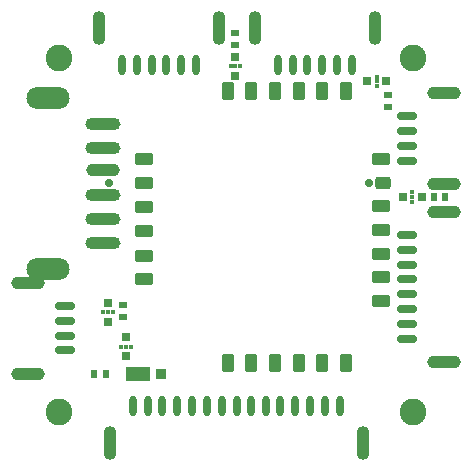
<source format=gbs>
G04 Layer_Color=16711935*
%FSLAX42Y42*%
%MOMM*%
G71*
G01*
G75*
%ADD47R,0.46X0.46*%
%ADD48C,2.26*%
%ADD49C,0.71*%
%ADD50R,0.46X0.46*%
G04:AMPARAMS|DCode=51|XSize=2.87mm|YSize=1.07mm|CornerRadius=0.53mm|HoleSize=0mm|Usage=FLASHONLY|Rotation=90.000|XOffset=0mm|YOffset=0mm|HoleType=Round|Shape=RoundedRectangle|*
%AMROUNDEDRECTD51*
21,1,2.87,0.00,0,0,90.0*
21,1,1.80,1.07,0,0,90.0*
1,1,1.07,0.00,0.90*
1,1,1.07,0.00,-0.90*
1,1,1.07,0.00,-0.90*
1,1,1.07,0.00,0.90*
%
%ADD51ROUNDEDRECTD51*%
G04:AMPARAMS|DCode=52|XSize=0.66mm|YSize=1.75mm|CornerRadius=0.33mm|HoleSize=0mm|Usage=FLASHONLY|Rotation=180.000|XOffset=0mm|YOffset=0mm|HoleType=Round|Shape=RoundedRectangle|*
%AMROUNDEDRECTD52*
21,1,0.66,1.09,0,0,180.0*
21,1,0.00,1.75,0,0,180.0*
1,1,0.66,0.00,0.55*
1,1,0.66,0.00,0.55*
1,1,0.66,0.00,-0.55*
1,1,0.66,0.00,-0.55*
%
%ADD52ROUNDEDRECTD52*%
%ADD53R,2.06X1.17*%
%ADD54R,0.86X0.86*%
%ADD55R,0.66X0.56*%
%ADD56R,0.66X0.66*%
G04:AMPARAMS|DCode=57|XSize=0.66mm|YSize=1.75mm|CornerRadius=0.33mm|HoleSize=0mm|Usage=FLASHONLY|Rotation=270.000|XOffset=0mm|YOffset=0mm|HoleType=Round|Shape=RoundedRectangle|*
%AMROUNDEDRECTD57*
21,1,0.66,1.09,0,0,270.0*
21,1,0.00,1.75,0,0,270.0*
1,1,0.66,-0.55,0.00*
1,1,0.66,-0.55,0.00*
1,1,0.66,0.55,0.00*
1,1,0.66,0.55,0.00*
%
%ADD57ROUNDEDRECTD57*%
G04:AMPARAMS|DCode=58|XSize=2.87mm|YSize=1.07mm|CornerRadius=0.53mm|HoleSize=0mm|Usage=FLASHONLY|Rotation=180.000|XOffset=0mm|YOffset=0mm|HoleType=Round|Shape=RoundedRectangle|*
%AMROUNDEDRECTD58*
21,1,2.87,0.00,0,0,180.0*
21,1,1.80,1.07,0,0,180.0*
1,1,1.07,-0.90,0.00*
1,1,1.07,0.90,0.00*
1,1,1.07,0.90,0.00*
1,1,1.07,-0.90,0.00*
%
%ADD58ROUNDEDRECTD58*%
G04:AMPARAMS|DCode=59|XSize=3.66mm|YSize=1.85mm|CornerRadius=0.93mm|HoleSize=0mm|Usage=FLASHONLY|Rotation=0.000|XOffset=0mm|YOffset=0mm|HoleType=Round|Shape=RoundedRectangle|*
%AMROUNDEDRECTD59*
21,1,3.66,0.00,0,0,0.0*
21,1,1.80,1.85,0,0,0.0*
1,1,1.85,0.90,0.00*
1,1,1.85,-0.90,0.00*
1,1,1.85,-0.90,0.00*
1,1,1.85,0.90,0.00*
%
%ADD59ROUNDEDRECTD59*%
G04:AMPARAMS|DCode=60|XSize=1.07mm|YSize=2.97mm|CornerRadius=0.53mm|HoleSize=0mm|Usage=FLASHONLY|Rotation=90.000|XOffset=0mm|YOffset=0mm|HoleType=Round|Shape=RoundedRectangle|*
%AMROUNDEDRECTD60*
21,1,1.07,1.91,0,0,90.0*
21,1,0.00,2.97,0,0,90.0*
1,1,1.07,0.95,0.00*
1,1,1.07,0.95,0.00*
1,1,1.07,-0.95,0.00*
1,1,1.07,-0.95,0.00*
%
%ADD60ROUNDEDRECTD60*%
G04:AMPARAMS|DCode=61|XSize=1.07mm|YSize=2.85mm|CornerRadius=0.53mm|HoleSize=0mm|Usage=FLASHONLY|Rotation=90.000|XOffset=0mm|YOffset=0mm|HoleType=Round|Shape=RoundedRectangle|*
%AMROUNDEDRECTD61*
21,1,1.07,1.78,0,0,90.0*
21,1,0.00,2.85,0,0,90.0*
1,1,1.07,0.89,0.00*
1,1,1.07,0.89,0.00*
1,1,1.07,-0.89,0.00*
1,1,1.07,-0.89,0.00*
%
%ADD61ROUNDEDRECTD61*%
G04:AMPARAMS|DCode=62|XSize=1.55mm|YSize=1.07mm|CornerRadius=0.28mm|HoleSize=0mm|Usage=FLASHONLY|Rotation=180.000|XOffset=0mm|YOffset=0mm|HoleType=Round|Shape=RoundedRectangle|*
%AMROUNDEDRECTD62*
21,1,1.55,0.51,0,0,180.0*
21,1,0.99,1.07,0,0,180.0*
1,1,0.56,-0.50,0.25*
1,1,0.56,0.50,0.25*
1,1,0.56,0.50,-0.25*
1,1,0.56,-0.50,-0.25*
%
%ADD62ROUNDEDRECTD62*%
G04:AMPARAMS|DCode=63|XSize=1.35mm|YSize=1.07mm|CornerRadius=0.28mm|HoleSize=0mm|Usage=FLASHONLY|Rotation=180.000|XOffset=0mm|YOffset=0mm|HoleType=Round|Shape=RoundedRectangle|*
%AMROUNDEDRECTD63*
21,1,1.35,0.51,0,0,180.0*
21,1,0.79,1.07,0,0,180.0*
1,1,0.56,-0.40,0.25*
1,1,0.56,0.40,0.25*
1,1,0.56,0.40,-0.25*
1,1,0.56,-0.40,-0.25*
%
%ADD63ROUNDEDRECTD63*%
G04:AMPARAMS|DCode=64|XSize=1.55mm|YSize=1.07mm|CornerRadius=0.28mm|HoleSize=0mm|Usage=FLASHONLY|Rotation=90.000|XOffset=0mm|YOffset=0mm|HoleType=Round|Shape=RoundedRectangle|*
%AMROUNDEDRECTD64*
21,1,1.55,0.51,0,0,90.0*
21,1,0.99,1.07,0,0,90.0*
1,1,0.56,0.25,0.50*
1,1,0.56,0.25,-0.50*
1,1,0.56,-0.25,-0.50*
1,1,0.56,-0.25,0.50*
%
%ADD64ROUNDEDRECTD64*%
%ADD65R,0.66X0.66*%
%ADD66R,0.56X0.66*%
D47*
X7379Y5700D02*
D03*
Y5780D02*
D03*
X7683Y4803D02*
D03*
Y4722D02*
D03*
X7379Y5740D02*
D03*
X7683Y4762D02*
D03*
D48*
X7691Y5939D02*
D03*
X4691Y2939D02*
D03*
X7691D02*
D03*
X4691Y5939D02*
D03*
D49*
X7313Y4881D02*
D03*
X5110D02*
D03*
D50*
X5145Y3785D02*
D03*
X5065D02*
D03*
X6226Y5867D02*
D03*
X6145D02*
D03*
X5297Y3492D02*
D03*
X5216D02*
D03*
X5105Y3785D02*
D03*
X6185Y5867D02*
D03*
X5256Y3492D02*
D03*
D51*
X5121Y2680D02*
D03*
X7264D02*
D03*
X6045Y6195D02*
D03*
X5029D02*
D03*
X7365D02*
D03*
X6350D02*
D03*
D52*
X5316Y2995D02*
D03*
X5566D02*
D03*
X5691D02*
D03*
X5816D02*
D03*
X5942D02*
D03*
X6067D02*
D03*
X6194D02*
D03*
X5441D02*
D03*
X7068D02*
D03*
X6944D02*
D03*
X6817D02*
D03*
X6692D02*
D03*
X6566D02*
D03*
X6441D02*
D03*
X6316D02*
D03*
X5850Y5880D02*
D03*
X5725D02*
D03*
X5600D02*
D03*
X5474D02*
D03*
X5349D02*
D03*
X5222D02*
D03*
X7171D02*
D03*
X7046D02*
D03*
X6921D02*
D03*
X6794D02*
D03*
X6670D02*
D03*
X6543D02*
D03*
D53*
X5361Y3264D02*
D03*
D54*
X5552D02*
D03*
D55*
X7480Y5525D02*
D03*
Y5626D02*
D03*
X5232Y3747D02*
D03*
Y3848D02*
D03*
X6185Y6046D02*
D03*
Y6147D02*
D03*
D56*
X7460Y5740D02*
D03*
X7299D02*
D03*
X7604Y4762D02*
D03*
X7765D02*
D03*
D57*
X7635Y5070D02*
D03*
Y5195D02*
D03*
Y5321D02*
D03*
Y5446D02*
D03*
Y3563D02*
D03*
Y3688D02*
D03*
Y3813D02*
D03*
Y3938D02*
D03*
Y4064D02*
D03*
Y4188D02*
D03*
Y4315D02*
D03*
Y4440D02*
D03*
X4745Y3837D02*
D03*
Y3712D02*
D03*
Y3586D02*
D03*
Y3462D02*
D03*
D58*
X7950Y4875D02*
D03*
Y5641D02*
D03*
Y3368D02*
D03*
Y4635D02*
D03*
X4430Y4032D02*
D03*
Y3266D02*
D03*
D59*
X4601Y4155D02*
D03*
Y5597D02*
D03*
D60*
X5066Y4376D02*
D03*
Y4575D02*
D03*
Y4775D02*
D03*
Y5177D02*
D03*
Y5377D02*
D03*
D61*
Y4987D02*
D03*
D62*
X7413Y4684D02*
D03*
Y5084D02*
D03*
Y4483D02*
D03*
Y4282D02*
D03*
Y4082D02*
D03*
Y3884D02*
D03*
X5413Y4474D02*
D03*
Y4674D02*
D03*
Y4884D02*
D03*
Y5084D02*
D03*
Y4264D02*
D03*
Y4064D02*
D03*
D63*
X7430Y4884D02*
D03*
D64*
X7120Y5659D02*
D03*
X6920D02*
D03*
X6720D02*
D03*
X6520D02*
D03*
X6320D02*
D03*
X6119D02*
D03*
X7120Y3359D02*
D03*
X6920D02*
D03*
X6720D02*
D03*
X6520D02*
D03*
X6320D02*
D03*
X6119D02*
D03*
D65*
X5105Y3865D02*
D03*
Y3703D02*
D03*
X6185Y5949D02*
D03*
Y5787D02*
D03*
X5256Y3574D02*
D03*
Y3412D02*
D03*
D66*
X7862Y4762D02*
D03*
X7963D02*
D03*
X5092Y3264D02*
D03*
X4991D02*
D03*
M02*

</source>
